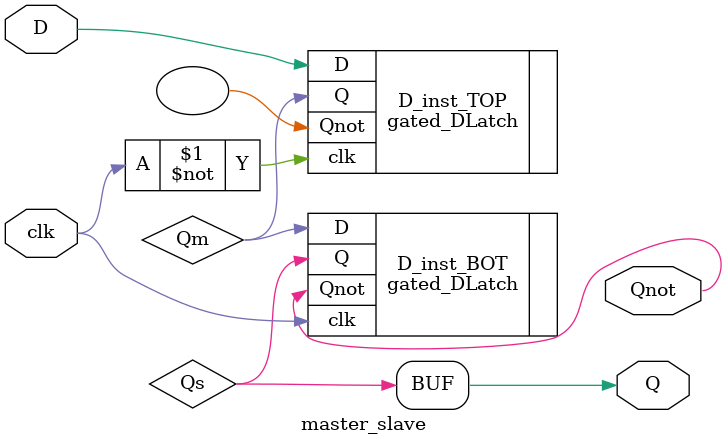
<source format=v>
module master_slave (clk, D, Q, Qnot);
   input  D, clk;
   output Q, Qnot;
   
   wire Qm, Qs;
	
   // You will need to instantiate a few instances of gated_Dlatch, 
   // and perhaps assign some intermediate signals
	
	gated_DLatch D_inst_TOP(.clk(~clk), .D(D), .Q(Qm), .Qnot());
	gated_DLatch D_inst_BOT(.clk(clk), .D(Qm), .Q(Qs), .Qnot(Qnot));
	
	assign Q = Qs;
	
	
endmodule
</source>
